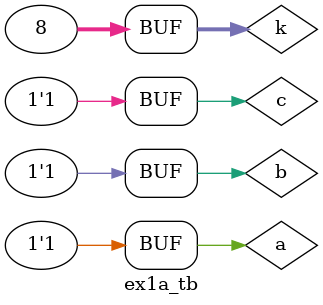
<source format=v>
module ex1a(
  input a, b, c,
  output f1
);
  
  assign f1=~(~(~a&~c)&~(b&c)&~(a&~b));
  
endmodule

module ex1a_tb;
	reg a, b, c;
	wire f1;

	ex1a ex1a_i (.a(a), .b(b), .c(c), .f1(f1));

	integer k;
	initial begin
		$display("Time\ta\tb\tc\tabcd_10\tf1");
		$monitor("%0t\t%b\t%b\t%b\t%0d\t%b", $time, a, b, c, {a,b,c}, f1);
		{a, b, c} = 0;
		for (k = 1; k < 8; k = k + 1)
			#10 {a, b, c} = k;
	end
endmodule

</source>
